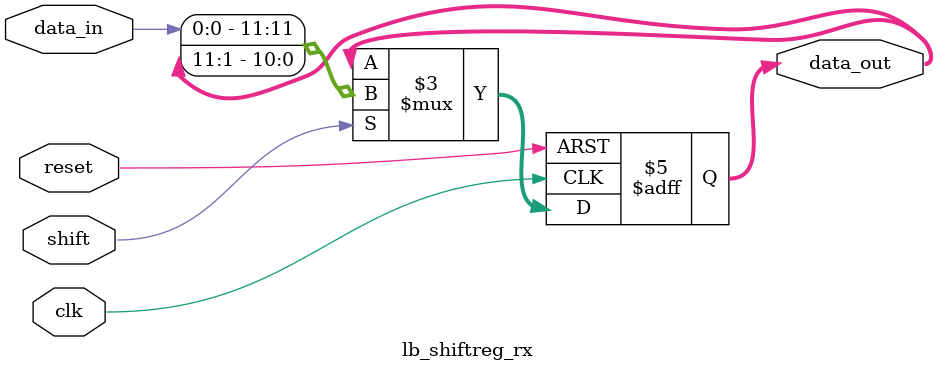
<source format=v>
`timescale 1ns / 1ps
module lb_shiftreg_rx(
    input clk,
    input reset,
    input data_in,
    input shift,
    output reg [11:0] data_out
    );
	
	always @ (posedge clk, negedge reset)
	
		if(!reset)
			data_out <= 0;
		else if(shift)
			data_out <= {data_in, data_out[11:1]};
	

endmodule

</source>
